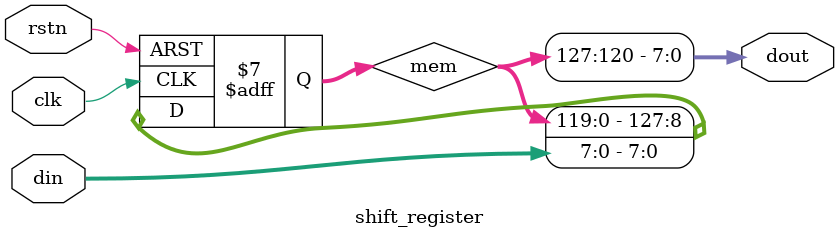
<source format=v>

module shift_register
#(
    parameter integer DATA_WIDTH = 8,
    parameter integer length = 16
    ) 
(
    input wire clk,
    input wire rstn,
    input wire [(DATA_WIDTH-1):0] din,
	
	output wire [(DATA_WIDTH-1):0] dout
    );
    
    integer i;
    
    reg [DATA_WIDTH*length-1:0] mem;
    
    always @(posedge clk or negedge rstn) begin
        if(!rstn) begin
            mem <= {(DATA_WIDTH*length){1'b0}};    
        end
        else begin
            mem[0+:DATA_WIDTH] <= din; 
            for(i=1; i<=length-1; i=i+1) begin
                mem[DATA_WIDTH*i+:DATA_WIDTH] <= mem[DATA_WIDTH*(i-1)+:DATA_WIDTH];
            end 
        end
    end    
    
    assign dout = mem[DATA_WIDTH*(length-1)+:DATA_WIDTH];
endmodule

</source>
